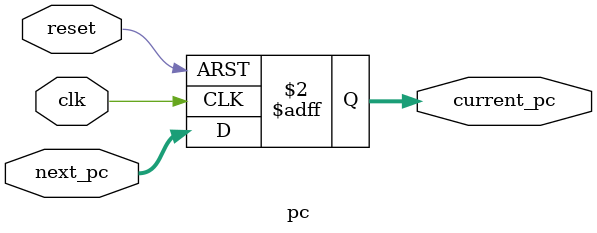
<source format=v>
module pc(
    input reset,
    input clk,
    input [31:0] next_pc,
    output reg [31:0] current_pc
);

    always @(posedge clk or posedge reset) begin
        if (reset) begin
            current_pc <= 32'b0;  //리셋 시 PC를 0으로 초기화
        end else begin
            current_pc <= next_pc;  //다음 PC 값으로 업데이트
        end
    end

endmodule

</source>
